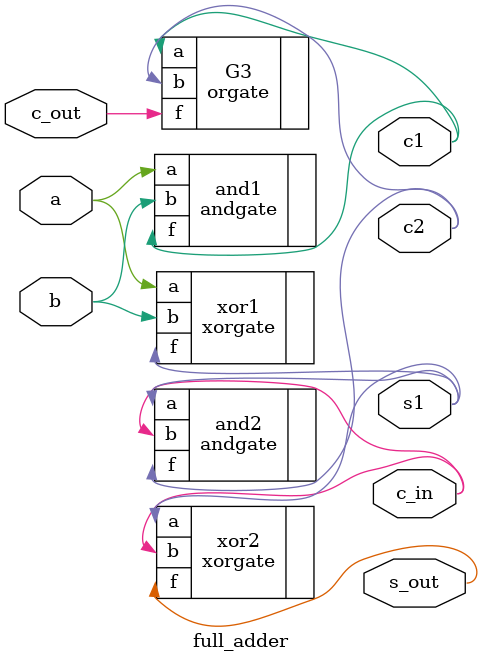
<source format=sv>
`timescale 1ns / 1ps


module full_adder(
    input logic a,
    input logic b,
    input logic c_out,
    output logic s1,
    output logic s_out,
    output logic c_in,
    output logic c1,
    output logic c2
    );

    //half_adder G1(.f(s1), .c(c1), .a(a), .b(b));
    //half_adder G2(.f(s_out), .c(c2), .a(s1), .b(c_in));
    
        
    // Half-adder 1
    andgate and1(.f(c1), .a(a), .b(b));
    xorgate xor1(.f(s1), .a(a), .b(b));
    
    // Half-adder 2 
    andgate and2(.f(c2), .a(s1), .b(c_in));
    xorgate xor2(.f(s_out), .a(s1), .b(c_in));
    
    orgate G3(.f(c_out), .a(c1), .b(c2));
    
endmodule
</source>
